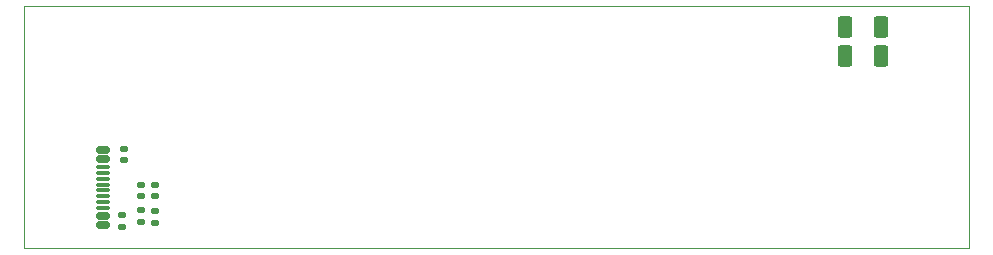
<source format=gbr>
%TF.GenerationSoftware,KiCad,Pcbnew,6.0.11+dfsg-1~bpo11+1*%
%TF.CreationDate,2023-04-14T13:04:02+02:00*%
%TF.ProjectId,IR-diode-general,49522d64-696f-4646-952d-67656e657261,rev?*%
%TF.SameCoordinates,Original*%
%TF.FileFunction,Paste,Top*%
%TF.FilePolarity,Positive*%
%FSLAX46Y46*%
G04 Gerber Fmt 4.6, Leading zero omitted, Abs format (unit mm)*
G04 Created by KiCad (PCBNEW 6.0.11+dfsg-1~bpo11+1) date 2023-04-14 13:04:02 commit 5e22265*
%MOMM*%
%LPD*%
G01*
G04 APERTURE LIST*
G04 Aperture macros list*
%AMRoundRect*
0 Rectangle with rounded corners*
0 $1 Rounding radius*
0 $2 $3 $4 $5 $6 $7 $8 $9 X,Y pos of 4 corners*
0 Add a 4 corners polygon primitive as box body*
4,1,4,$2,$3,$4,$5,$6,$7,$8,$9,$2,$3,0*
0 Add four circle primitives for the rounded corners*
1,1,$1+$1,$2,$3*
1,1,$1+$1,$4,$5*
1,1,$1+$1,$6,$7*
1,1,$1+$1,$8,$9*
0 Add four rect primitives between the rounded corners*
20,1,$1+$1,$2,$3,$4,$5,0*
20,1,$1+$1,$4,$5,$6,$7,0*
20,1,$1+$1,$6,$7,$8,$9,0*
20,1,$1+$1,$8,$9,$2,$3,0*%
G04 Aperture macros list end*
%TA.AperFunction,Profile*%
%ADD10C,0.100000*%
%TD*%
%ADD11RoundRect,0.147500X-0.172500X0.147500X-0.172500X-0.147500X0.172500X-0.147500X0.172500X0.147500X0*%
%ADD12RoundRect,0.147500X0.172500X-0.147500X0.172500X0.147500X-0.172500X0.147500X-0.172500X-0.147500X0*%
%ADD13RoundRect,0.150000X-0.425000X0.150000X-0.425000X-0.150000X0.425000X-0.150000X0.425000X0.150000X0*%
%ADD14RoundRect,0.075000X-0.500000X0.075000X-0.500000X-0.075000X0.500000X-0.075000X0.500000X0.075000X0*%
%ADD15RoundRect,0.180000X0.420000X0.720000X-0.420000X0.720000X-0.420000X-0.720000X0.420000X-0.720000X0*%
G04 APERTURE END LIST*
D10*
X85000000Y-40500000D02*
X165000000Y-40500000D01*
X165000000Y-40500000D02*
X165000000Y-61000000D01*
X165000000Y-61000000D02*
X85000000Y-61000000D01*
X85000000Y-61000000D02*
X85000000Y-40500000D01*
D11*
%TO.C,C13*%
X93450000Y-52566000D03*
X93450000Y-53534000D03*
%TD*%
D12*
%TO.C,R12*%
X96100000Y-56600000D03*
X96100000Y-55630000D03*
%TD*%
D13*
%TO.C,J2*%
X91659645Y-52648000D03*
X91659645Y-53450000D03*
D14*
X91659645Y-54600000D03*
X91659645Y-55600000D03*
X91659645Y-56098000D03*
X91659645Y-57099000D03*
D13*
X91659645Y-58248000D03*
X91659645Y-59050000D03*
X91659645Y-59050000D03*
X91659645Y-58248000D03*
D14*
X91659645Y-57599000D03*
X91659645Y-56598000D03*
X91659645Y-55100000D03*
X91659645Y-54100000D03*
D13*
X91659645Y-53450000D03*
X91659645Y-52648000D03*
%TD*%
D15*
%TO.C,R11*%
X157500000Y-44700000D03*
X154501000Y-44700000D03*
%TD*%
D12*
%TO.C,R13*%
X94850000Y-56600000D03*
X94850000Y-55630000D03*
%TD*%
%TO.C,C12*%
X93250000Y-59184000D03*
X93250000Y-58216000D03*
%TD*%
D11*
%TO.C,R6*%
X96100000Y-57865000D03*
X96100000Y-58835000D03*
%TD*%
D15*
%TO.C,R10*%
X157500000Y-42250000D03*
X154501000Y-42250000D03*
%TD*%
D12*
%TO.C,R14*%
X94850000Y-58750000D03*
X94850000Y-57780000D03*
%TD*%
M02*

</source>
